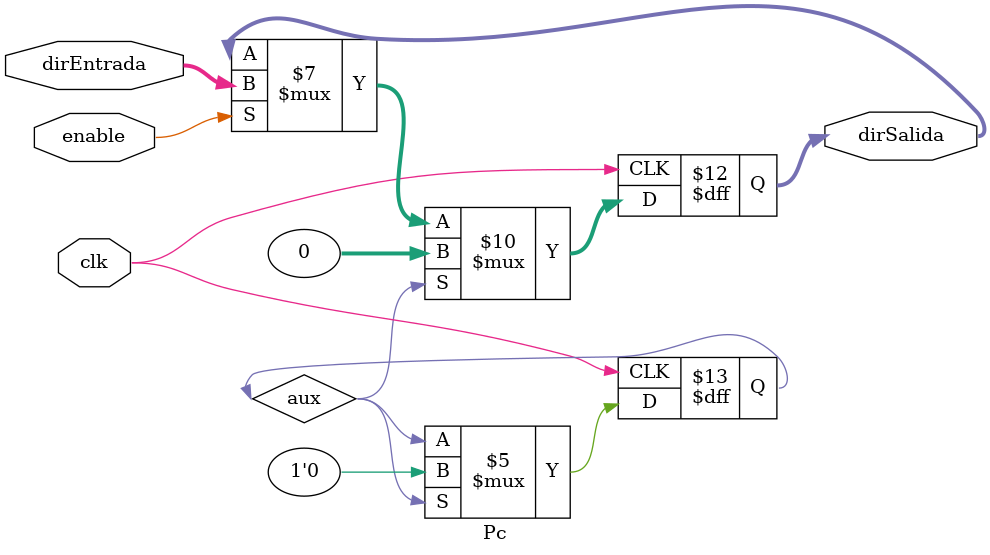
<source format=v>
`timescale 1ns / 1ps
module Pc(
		input clk,enable,
		input [31:0] dirEntrada,
		output reg [31:0]  dirSalida
    );

reg aux;
initial begin
aux=1;
end

always @ (negedge clk)//beg
	begin
		if(aux)
			begin
				aux=0;
				dirSalida <= 0;
			end
		else
			begin
					if(enable==1)
						begin
							dirSalida <= dirEntrada;
						end
			end
	end
	

endmodule

</source>
